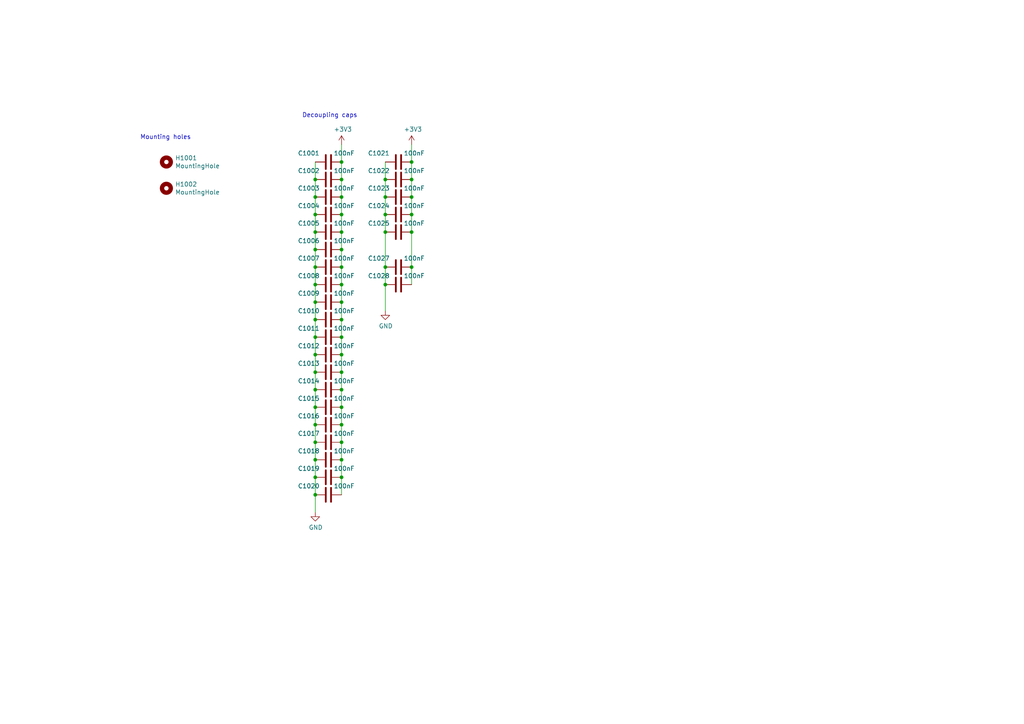
<source format=kicad_sch>
(kicad_sch (version 20230121) (generator eeschema)
  (paper "A4")
  (title_block (title "Sailor Hat with ESP32") (date "2022-10-26") (rev "2.0.2") (company "Hat Labs Ltd") (comment 1 "https://creativecommons.org/licenses/by-sa/4.0") (comment 2 "To view a copy of this license, visit ") (comment 3 "SH-ESP32 is licensed under CC BY-SA 4.0."))
  (lib_symbols
    (symbol "Device:C" (pin_numbers hide) (pin_names (offset 0.254))
      (property "Reference" "C" (at 0.635 2.54 0))
      (property "Value" "C" (at 0.635 -2.54 0))
      (symbol "C_0_1"
        (polyline (pts (xy -2.032 -0.762) (xy 2.032 -0.762)) (stroke (width 0.508)))
        (polyline (pts (xy -2.032 0.762) (xy 2.032 0.762)) (stroke (width 0.508)))
      )
      (symbol "C_1_1"
        (pin passive line (at 0 3.81 270) (length 2.794) (name "~") (number "1"))
        (pin passive line (at 0 -3.81 90) (length 2.794) (name "~") (number "2"))
      )
    )
    (symbol "Mechanical:MountingHole" (pin_names (offset 1.016))
      (property "Reference" "H" (at 0 5.08 0))
      (property "Value" "MountingHole" (at 0 3.175 0))
      (symbol "MountingHole_0_1"
        (circle (center 0 0) (radius 1.27) (stroke (width 1.27)))
      )
    )
    (symbol "power:+3.3V" (power) (pin_names (offset 0))
      (property "Value" "+3.3V" (at 0 3.556 0))
      (symbol "+3.3V_0_1"
        (polyline (pts (xy -0.762 1.27) (xy 0 2.54)))
        (polyline (pts (xy 0 0) (xy 0 2.54)))
        (polyline (pts (xy 0 2.54) (xy 0.762 1.27)))
      )
      (symbol "+3.3V_1_1"
        (pin power_in line (at 0 0 90) (length 0) hide (name "+3V3") (number "1"))
      )
    )
    (symbol "power:GND" (power) (pin_names (offset 0))
      (property "Value" "GND" (at 0 -3.81 0))
      (symbol "GND_0_1"
        (polyline (pts (xy 0 0) (xy 0 -1.27) (xy 1.27 -1.27) (xy 0 -2.54) (xy -1.27 -1.27) (xy 0 -1.27)))
      )
      (symbol "GND_1_1"
        (pin power_in line (at 0 0 270) (length 0) hide (name "GND") (number "1"))
      )
    )
  )
  (junction (at 91.44 97.79))
  (junction (at 99.06 87.63))
  (junction (at 99.06 102.87))
  (junction (at 119.38 52.07))
  (junction (at 111.76 67.31))
  (junction (at 91.44 92.71))
  (junction (at 91.44 62.23))
  (junction (at 91.44 113.03))
  (junction (at 99.06 133.35))
  (junction (at 99.06 57.15))
  (junction (at 99.06 62.23))
  (junction (at 91.44 52.07))
  (junction (at 99.06 92.71))
  (junction (at 99.06 46.99))
  (junction (at 91.44 138.43))
  (junction (at 91.44 87.63))
  (junction (at 119.38 62.23))
  (junction (at 91.44 123.19))
  (junction (at 91.44 107.95))
  (junction (at 91.44 128.27))
  (junction (at 99.06 123.19))
  (junction (at 91.44 118.11))
  (junction (at 119.38 67.31))
  (junction (at 119.38 46.99))
  (junction (at 119.38 57.15))
  (junction (at 99.06 113.03))
  (junction (at 99.06 138.43))
  (junction (at 91.44 67.31))
  (junction (at 91.44 143.51))
  (junction (at 91.44 102.87))
  (junction (at 99.06 82.55))
  (junction (at 91.44 82.55))
  (junction (at 111.76 82.55))
  (junction (at 99.06 72.39))
  (junction (at 99.06 97.79))
  (junction (at 91.44 57.15))
  (junction (at 99.06 77.47))
  (junction (at 91.44 77.47))
  (junction (at 111.76 52.07))
  (junction (at 99.06 67.31))
  (junction (at 111.76 62.23))
  (junction (at 99.06 118.11))
  (junction (at 119.38 77.47))
  (junction (at 111.76 77.47))
  (junction (at 99.06 128.27))
  (junction (at 91.44 72.39))
  (junction (at 111.76 57.15))
  (junction (at 99.06 107.95))
  (junction (at 91.44 133.35))
  (junction (at 99.06 52.07))
  (wire (pts (xy 91.44 46.99) (xy 91.44 52.07)))
  (wire (pts (xy 99.06 123.19) (xy 99.06 118.11)))
  (wire (pts (xy 99.06 118.11) (xy 99.06 113.03)))
  (wire (pts (xy 99.06 52.07) (xy 99.06 46.99)))
  (wire (pts (xy 111.76 82.55) (xy 111.76 90.17)))
  (wire (pts (xy 99.06 97.79) (xy 99.06 92.71)))
  (wire (pts (xy 91.44 123.19) (xy 91.44 128.27)))
  (wire (pts (xy 99.06 67.31) (xy 99.06 62.23)))
  (wire (pts (xy 91.44 128.27) (xy 91.44 133.35)))
  (wire (pts (xy 99.06 102.87) (xy 99.06 97.79)))
  (wire (pts (xy 91.44 67.31) (xy 91.44 72.39)))
  (wire (pts (xy 111.76 67.31) (xy 111.76 77.47)))
  (wire (pts (xy 119.38 82.55) (xy 119.38 77.47)))
  (wire (pts (xy 91.44 143.51) (xy 91.44 148.59)))
  (wire (pts (xy 111.76 57.15) (xy 111.76 62.23)))
  (wire (pts (xy 91.44 57.15) (xy 91.44 62.23)))
  (wire (pts (xy 119.38 57.15) (xy 119.38 52.07)))
  (wire (pts (xy 99.06 128.27) (xy 99.06 123.19)))
  (wire (pts (xy 111.76 77.47) (xy 111.76 82.55)))
  (wire (pts (xy 91.44 92.71) (xy 91.44 97.79)))
  (wire (pts (xy 91.44 102.87) (xy 91.44 107.95)))
  (wire (pts (xy 99.06 46.99) (xy 99.06 41.91)))
  (wire (pts (xy 99.06 138.43) (xy 99.06 133.35)))
  (wire (pts (xy 111.76 62.23) (xy 111.76 67.31)))
  (wire (pts (xy 91.44 133.35) (xy 91.44 138.43)))
  (wire (pts (xy 99.06 133.35) (xy 99.06 128.27)))
  (wire (pts (xy 91.44 113.03) (xy 91.44 118.11)))
  (wire (pts (xy 91.44 87.63) (xy 91.44 92.71)))
  (wire (pts (xy 91.44 107.95) (xy 91.44 113.03)))
  (wire (pts (xy 91.44 82.55) (xy 91.44 87.63)))
  (wire (pts (xy 91.44 72.39) (xy 91.44 77.47)))
  (wire (pts (xy 91.44 118.11) (xy 91.44 123.19)))
  (wire (pts (xy 99.06 92.71) (xy 99.06 87.63)))
  (wire (pts (xy 91.44 97.79) (xy 91.44 102.87)))
  (wire (pts (xy 99.06 77.47) (xy 99.06 72.39)))
  (wire (pts (xy 119.38 46.99) (xy 119.38 41.91)))
  (wire (pts (xy 99.06 143.51) (xy 99.06 138.43)))
  (wire (pts (xy 99.06 57.15) (xy 99.06 52.07)))
  (wire (pts (xy 119.38 52.07) (xy 119.38 46.99)))
  (wire (pts (xy 99.06 87.63) (xy 99.06 82.55)))
  (wire (pts (xy 119.38 62.23) (xy 119.38 57.15)))
  (wire (pts (xy 99.06 107.95) (xy 99.06 102.87)))
  (wire (pts (xy 91.44 52.07) (xy 91.44 57.15)))
  (wire (pts (xy 91.44 138.43) (xy 91.44 143.51)))
  (wire (pts (xy 111.76 46.99) (xy 111.76 52.07)))
  (wire (pts (xy 119.38 67.31) (xy 119.38 62.23)))
  (wire (pts (xy 99.06 82.55) (xy 99.06 77.47)))
  (wire (pts (xy 99.06 113.03) (xy 99.06 107.95)))
  (wire (pts (xy 91.44 62.23) (xy 91.44 67.31)))
  (wire (pts (xy 99.06 72.39) (xy 99.06 67.31)))
  (wire (pts (xy 111.76 52.07) (xy 111.76 57.15)))
  (wire (pts (xy 91.44 77.47) (xy 91.44 82.55)))
  (wire (pts (xy 119.38 67.31) (xy 119.38 77.47)))
  (wire (pts (xy 99.06 62.23) (xy 99.06 57.15)))
  (text "Mounting holes" (at 40.64 40.64 0) (effects (font (size 1.27 1.27)) (justify left bottom)))
  (text "Decoupling caps" (at 87.63 34.29 0) (effects (font (size 1.27 1.27)) (justify left bottom)))
  (symbol (lib_id "Mechanical:MountingHole") (at 48.26 46.99 0) (unit 1)
    (property "Reference" "H1001" (at 50.8 45.8216 0) (effects (justify left)))
    (property "Value" "MountingHole" (at 50.8 48.133 0) (effects (justify left)))
    (property "Footprint" "SH-ESP32:MountingSlot_3.2mm_M3_Unplated" (effects hide))
  )
  (symbol (lib_id "Mechanical:MountingHole") (at 48.26 54.61 0) (unit 1)
    (property "Reference" "H1002" (at 50.8 53.4416 0) (effects (justify left)))
    (property "Value" "MountingHole" (at 50.8 55.753 0) (effects (justify left)))
    (property "Footprint" "SH-ESP32:MountingSlot_3.2mm_M3_Unplated" (effects hide))
  )
  (symbol (lib_id "Device:C") (at 95.25 46.99 90) (mirror x) (unit 1)
    (property "Reference" "C1001" (at 92.71 44.45 90) (effects (justify left)))
    (property "Value" "100nF" (at 102.87 44.45 90) (effects (justify left)))
    (property "Footprint" "Capacitor_SMD:C_0402_1005Metric" (effects hide))
    (property "LCSC" "C1525" (effects hide))
  )
  (symbol (lib_id "Device:C") (at 95.25 52.07 90) (mirror x) (unit 1)
    (property "Reference" "C1002" (at 92.71 49.53 90) (effects (justify left)))
    (property "Value" "100nF" (at 102.87 49.53 90) (effects (justify left)))
    (property "Footprint" "Capacitor_SMD:C_0402_1005Metric" (effects hide))
    (property "LCSC" "C1525" (effects hide))
  )
  (symbol (lib_id "Device:C") (at 95.25 57.15 90) (mirror x) (unit 1)
    (property "Reference" "C1003" (at 92.71 54.61 90) (effects (justify left)))
    (property "Value" "100nF" (at 102.87 54.61 90) (effects (justify left)))
    (property "Footprint" "Capacitor_SMD:C_0402_1005Metric" (effects hide))
    (property "LCSC" "C1525" (effects hide))
  )
  (symbol (lib_id "Device:C") (at 95.25 62.23 90) (mirror x) (unit 1)
    (property "Reference" "C1004" (at 92.71 59.69 90) (effects (justify left)))
    (property "Value" "100nF" (at 102.87 59.69 90) (effects (justify left)))
    (property "Footprint" "Capacitor_SMD:C_0402_1005Metric" (effects hide))
    (property "LCSC" "C1525" (effects hide))
  )
  (symbol (lib_id "Device:C") (at 95.25 67.31 90) (mirror x) (unit 1)
    (property "Reference" "C1005" (at 92.71 64.77 90) (effects (justify left)))
    (property "Value" "100nF" (at 102.87 64.77 90) (effects (justify left)))
    (property "Footprint" "Capacitor_SMD:C_0402_1005Metric" (effects hide))
    (property "LCSC" "C1525" (effects hide))
  )
  (symbol (lib_id "Device:C") (at 95.25 72.39 90) (mirror x) (unit 1)
    (property "Reference" "C1006" (at 92.71 69.85 90) (effects (justify left)))
    (property "Value" "100nF" (at 102.87 69.85 90) (effects (justify left)))
    (property "Footprint" "Capacitor_SMD:C_0402_1005Metric" (effects hide))
    (property "LCSC" "C1525" (effects hide))
  )
  (symbol (lib_id "Device:C") (at 95.25 77.47 90) (mirror x) (unit 1)
    (property "Reference" "C1007" (at 92.71 74.93 90) (effects (justify left)))
    (property "Value" "100nF" (at 102.87 74.93 90) (effects (justify left)))
    (property "Footprint" "Capacitor_SMD:C_0402_1005Metric" (effects hide))
    (property "LCSC" "C1525" (effects hide))
  )
  (symbol (lib_id "Device:C") (at 95.25 82.55 90) (mirror x) (unit 1)
    (property "Reference" "C1008" (at 92.71 80.01 90) (effects (justify left)))
    (property "Value" "100nF" (at 102.87 80.01 90) (effects (justify left)))
    (property "Footprint" "Capacitor_SMD:C_0402_1005Metric" (effects hide))
    (property "LCSC" "C1525" (effects hide))
  )
  (symbol (lib_id "Device:C") (at 95.25 87.63 90) (mirror x) (unit 1)
    (property "Reference" "C1009" (at 92.71 85.09 90) (effects (justify left)))
    (property "Value" "100nF" (at 102.87 85.09 90) (effects (justify left)))
    (property "Footprint" "Capacitor_SMD:C_0402_1005Metric" (effects hide))
    (property "LCSC" "C1525" (effects hide))
  )
  (symbol (lib_id "Device:C") (at 95.25 92.71 90) (mirror x) (unit 1)
    (property "Reference" "C1010" (at 92.71 90.17 90) (effects (justify left)))
    (property "Value" "100nF" (at 102.87 90.17 90) (effects (justify left)))
    (property "Footprint" "Capacitor_SMD:C_0402_1005Metric" (effects hide))
    (property "LCSC" "C1525" (effects hide))
  )
  (symbol (lib_id "Device:C") (at 95.25 97.79 90) (mirror x) (unit 1)
    (property "Reference" "C1011" (at 92.71 95.25 90) (effects (justify left)))
    (property "Value" "100nF" (at 102.87 95.25 90) (effects (justify left)))
    (property "Footprint" "Capacitor_SMD:C_0402_1005Metric" (effects hide))
    (property "LCSC" "C1525" (effects hide))
  )
  (symbol (lib_id "Device:C") (at 95.25 102.87 90) (mirror x) (unit 1)
    (property "Reference" "C1012" (at 92.71 100.33 90) (effects (justify left)))
    (property "Value" "100nF" (at 102.87 100.33 90) (effects (justify left)))
    (property "Footprint" "Capacitor_SMD:C_0402_1005Metric" (effects hide))
    (property "LCSC" "C1525" (effects hide))
  )
  (symbol (lib_id "Device:C") (at 95.25 107.95 90) (mirror x) (unit 1)
    (property "Reference" "C1013" (at 92.71 105.41 90) (effects (justify left)))
    (property "Value" "100nF" (at 102.87 105.41 90) (effects (justify left)))
    (property "Footprint" "Capacitor_SMD:C_0402_1005Metric" (effects hide))
    (property "LCSC" "C1525" (effects hide))
  )
  (symbol (lib_id "Device:C") (at 95.25 113.03 90) (mirror x) (unit 1)
    (property "Reference" "C1014" (at 92.71 110.49 90) (effects (justify left)))
    (property "Value" "100nF" (at 102.87 110.49 90) (effects (justify left)))
    (property "Footprint" "Capacitor_SMD:C_0402_1005Metric" (effects hide))
    (property "LCSC" "C1525" (effects hide))
  )
  (symbol (lib_id "Device:C") (at 95.25 118.11 90) (mirror x) (unit 1)
    (property "Reference" "C1015" (at 92.71 115.57 90) (effects (justify left)))
    (property "Value" "100nF" (at 102.87 115.57 90) (effects (justify left)))
    (property "Footprint" "Capacitor_SMD:C_0402_1005Metric" (effects hide))
    (property "LCSC" "C1525" (effects hide))
  )
  (symbol (lib_id "Device:C") (at 95.25 123.19 90) (mirror x) (unit 1)
    (property "Reference" "C1016" (at 92.71 120.65 90) (effects (justify left)))
    (property "Value" "100nF" (at 102.87 120.65 90) (effects (justify left)))
    (property "Footprint" "Capacitor_SMD:C_0402_1005Metric" (effects hide))
    (property "LCSC" "C1525" (effects hide))
  )
  (symbol (lib_id "Device:C") (at 95.25 128.27 90) (mirror x) (unit 1)
    (property "Reference" "C1017" (at 92.71 125.73 90) (effects (justify left)))
    (property "Value" "100nF" (at 102.87 125.73 90) (effects (justify left)))
    (property "Footprint" "Capacitor_SMD:C_0402_1005Metric" (effects hide))
    (property "LCSC" "C1525" (effects hide))
  )
  (symbol (lib_id "Device:C") (at 95.25 133.35 90) (mirror x) (unit 1)
    (property "Reference" "C1018" (at 92.71 130.81 90) (effects (justify left)))
    (property "Value" "100nF" (at 102.87 130.81 90) (effects (justify left)))
    (property "Footprint" "Capacitor_SMD:C_0402_1005Metric" (effects hide))
    (property "LCSC" "C1525" (effects hide))
  )
  (symbol (lib_id "Device:C") (at 95.25 138.43 90) (mirror x) (unit 1)
    (property "Reference" "C1019" (at 92.71 135.89 90) (effects (justify left)))
    (property "Value" "100nF" (at 102.87 135.89 90) (effects (justify left)))
    (property "Footprint" "Capacitor_SMD:C_0402_1005Metric" (effects hide))
    (property "LCSC" "C1525" (effects hide))
  )
  (symbol (lib_id "Device:C") (at 95.25 143.51 90) (mirror x) (unit 1)
    (property "Reference" "C1020" (at 92.71 140.97 90) (effects (justify left)))
    (property "Value" "100nF" (at 102.87 140.97 90) (effects (justify left)))
    (property "Footprint" "Capacitor_SMD:C_0402_1005Metric" (effects hide))
    (property "LCSC" "C1525" (effects hide))
  )
  (symbol (lib_id "power:+3.3V") (at 99.06 41.91 0) (unit 1)
    (property "Reference" "#PWR01002" (effects hide))
    (property "Value" "+3.3V" (at 99.441 37.5158 0))
  )
  (symbol (lib_id "power:GND") (at 91.44 148.59 0) (unit 1)
    (property "Reference" "#PWR01001" (effects hide))
    (property "Value" "GND" (at 91.567 152.9842 0))
  )
  (symbol (lib_id "Device:C") (at 115.57 46.99 90) (mirror x) (unit 1)
    (property "Reference" "C1021" (at 113.03 44.45 90) (effects (justify left)))
    (property "Value" "100nF" (at 123.19 44.45 90) (effects (justify left)))
    (property "Footprint" "Capacitor_SMD:C_0402_1005Metric" (effects hide))
    (property "LCSC" "C1525" (effects hide))
  )
  (symbol (lib_id "Device:C") (at 115.57 52.07 90) (mirror x) (unit 1)
    (property "Reference" "C1022" (at 113.03 49.53 90) (effects (justify left)))
    (property "Value" "100nF" (at 123.19 49.53 90) (effects (justify left)))
    (property "Footprint" "Capacitor_SMD:C_0402_1005Metric" (effects hide))
    (property "LCSC" "C1525" (effects hide))
  )
  (symbol (lib_id "Device:C") (at 115.57 57.15 90) (mirror x) (unit 1)
    (property "Reference" "C1023" (at 113.03 54.61 90) (effects (justify left)))
    (property "Value" "100nF" (at 123.19 54.61 90) (effects (justify left)))
    (property "Footprint" "Capacitor_SMD:C_0402_1005Metric" (effects hide))
    (property "LCSC" "C1525" (effects hide))
  )
  (symbol (lib_id "Device:C") (at 115.57 62.23 90) (mirror x) (unit 1)
    (property "Reference" "C1024" (at 113.03 59.69 90) (effects (justify left)))
    (property "Value" "100nF" (at 123.19 59.69 90) (effects (justify left)))
    (property "Footprint" "Capacitor_SMD:C_0402_1005Metric" (effects hide))
    (property "LCSC" "C1525" (effects hide))
  )
  (symbol (lib_id "Device:C") (at 115.57 67.31 90) (mirror x) (unit 1)
    (property "Reference" "C1025" (at 113.03 64.77 90) (effects (justify left)))
    (property "Value" "100nF" (at 123.19 64.77 90) (effects (justify left)))
    (property "Footprint" "Capacitor_SMD:C_0402_1005Metric" (effects hide))
    (property "LCSC" "C1525" (effects hide))
  )
  (symbol (lib_id "power:+3.3V") (at 119.38 41.91 0) (unit 1)
    (property "Reference" "#PWR01004" (effects hide))
    (property "Value" "+3.3V" (at 119.761 37.5158 0))
  )
  (symbol (lib_id "power:GND") (at 111.76 90.17 0) (unit 1)
    (property "Reference" "#PWR01003" (effects hide))
    (property "Value" "GND" (at 111.887 94.5642 0))
  )
  (symbol (lib_id "Device:C") (at 115.57 77.47 90) (mirror x) (unit 1)
    (property "Reference" "C1027" (at 113.03 74.93 90) (effects (justify left)))
    (property "Value" "100nF" (at 123.19 74.93 90) (effects (justify left)))
    (property "Footprint" "Capacitor_SMD:C_0402_1005Metric" (effects hide))
    (property "LCSC" "C1525" (effects hide))
  )
  (symbol (lib_id "Device:C") (at 115.57 82.55 90) (mirror x) (unit 1)
    (property "Reference" "C1028" (at 113.03 80.01 90) (effects (justify left)))
    (property "Value" "100nF" (at 123.19 80.01 90) (effects (justify left)))
    (property "Footprint" "Capacitor_SMD:C_0402_1005Metric" (effects hide))
    (property "LCSC" "C1525" (effects hide))
  )
)
</source>
